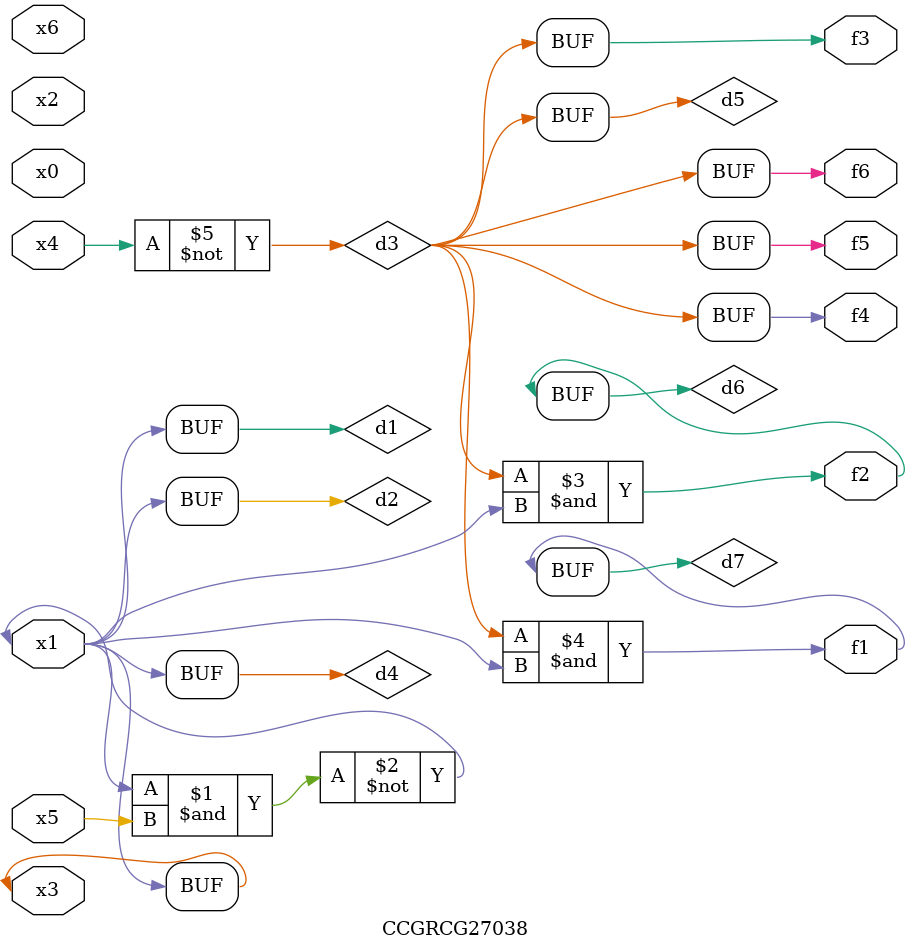
<source format=v>
module CCGRCG27038(
	input x0, x1, x2, x3, x4, x5, x6,
	output f1, f2, f3, f4, f5, f6
);

	wire d1, d2, d3, d4, d5, d6, d7;

	buf (d1, x1, x3);
	nand (d2, x1, x5);
	not (d3, x4);
	buf (d4, d1, d2);
	buf (d5, d3);
	and (d6, d3, d4);
	and (d7, d3, d4);
	assign f1 = d7;
	assign f2 = d6;
	assign f3 = d5;
	assign f4 = d5;
	assign f5 = d5;
	assign f6 = d5;
endmodule

</source>
